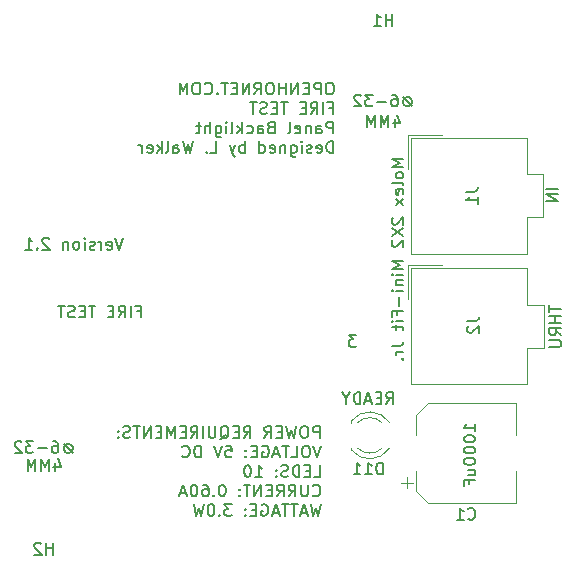
<source format=gbr>
%TF.GenerationSoftware,KiCad,Pcbnew,(5.1.10)-1*%
%TF.CreationDate,2021-11-16T17:31:42+11:00*%
%TF.ProjectId,FIRE TEST Panel PCB V2,46495245-2054-4455-9354-2050616e656c,rev?*%
%TF.SameCoordinates,Original*%
%TF.FileFunction,Legend,Bot*%
%TF.FilePolarity,Positive*%
%FSLAX46Y46*%
G04 Gerber Fmt 4.6, Leading zero omitted, Abs format (unit mm)*
G04 Created by KiCad (PCBNEW (5.1.10)-1) date 2021-11-16 17:31:42*
%MOMM*%
%LPD*%
G01*
G04 APERTURE LIST*
%ADD10C,0.150000*%
%ADD11C,0.120000*%
G04 APERTURE END LIST*
D10*
X155463500Y-111460850D02*
X155463500Y-110889421D01*
X155463500Y-111175136D02*
X154463500Y-111175136D01*
X154606358Y-111079898D01*
X154701596Y-110984660D01*
X154749215Y-110889421D01*
X154463500Y-112079898D02*
X154463500Y-112175136D01*
X154511120Y-112270374D01*
X154558739Y-112317993D01*
X154653977Y-112365612D01*
X154844453Y-112413231D01*
X155082548Y-112413231D01*
X155273024Y-112365612D01*
X155368262Y-112317993D01*
X155415881Y-112270374D01*
X155463500Y-112175136D01*
X155463500Y-112079898D01*
X155415881Y-111984660D01*
X155368262Y-111937040D01*
X155273024Y-111889421D01*
X155082548Y-111841802D01*
X154844453Y-111841802D01*
X154653977Y-111889421D01*
X154558739Y-111937040D01*
X154511120Y-111984660D01*
X154463500Y-112079898D01*
X154463500Y-113032279D02*
X154463500Y-113127517D01*
X154511120Y-113222755D01*
X154558739Y-113270374D01*
X154653977Y-113317993D01*
X154844453Y-113365612D01*
X155082548Y-113365612D01*
X155273024Y-113317993D01*
X155368262Y-113270374D01*
X155415881Y-113222755D01*
X155463500Y-113127517D01*
X155463500Y-113032279D01*
X155415881Y-112937040D01*
X155368262Y-112889421D01*
X155273024Y-112841802D01*
X155082548Y-112794183D01*
X154844453Y-112794183D01*
X154653977Y-112841802D01*
X154558739Y-112889421D01*
X154511120Y-112937040D01*
X154463500Y-113032279D01*
X154463500Y-113984660D02*
X154463500Y-114079898D01*
X154511120Y-114175136D01*
X154558739Y-114222755D01*
X154653977Y-114270374D01*
X154844453Y-114317993D01*
X155082548Y-114317993D01*
X155273024Y-114270374D01*
X155368262Y-114222755D01*
X155415881Y-114175136D01*
X155463500Y-114079898D01*
X155463500Y-113984660D01*
X155415881Y-113889421D01*
X155368262Y-113841802D01*
X155273024Y-113794183D01*
X155082548Y-113746564D01*
X154844453Y-113746564D01*
X154653977Y-113794183D01*
X154558739Y-113841802D01*
X154511120Y-113889421D01*
X154463500Y-113984660D01*
X154796834Y-115175136D02*
X155463500Y-115175136D01*
X154796834Y-114746564D02*
X155320643Y-114746564D01*
X155415881Y-114794183D01*
X155463500Y-114889421D01*
X155463500Y-115032279D01*
X155415881Y-115127517D01*
X155368262Y-115175136D01*
X154939691Y-115984660D02*
X154939691Y-115651326D01*
X155463500Y-115651326D02*
X154463500Y-115651326D01*
X154463500Y-116127517D01*
X142260004Y-112061980D02*
X142260004Y-111061980D01*
X141879052Y-111061980D01*
X141783814Y-111109600D01*
X141736195Y-111157219D01*
X141688576Y-111252457D01*
X141688576Y-111395314D01*
X141736195Y-111490552D01*
X141783814Y-111538171D01*
X141879052Y-111585790D01*
X142260004Y-111585790D01*
X141069528Y-111061980D02*
X140879052Y-111061980D01*
X140783814Y-111109600D01*
X140688576Y-111204838D01*
X140640957Y-111395314D01*
X140640957Y-111728647D01*
X140688576Y-111919123D01*
X140783814Y-112014361D01*
X140879052Y-112061980D01*
X141069528Y-112061980D01*
X141164766Y-112014361D01*
X141260004Y-111919123D01*
X141307623Y-111728647D01*
X141307623Y-111395314D01*
X141260004Y-111204838D01*
X141164766Y-111109600D01*
X141069528Y-111061980D01*
X140307623Y-111061980D02*
X140069528Y-112061980D01*
X139879052Y-111347695D01*
X139688576Y-112061980D01*
X139450480Y-111061980D01*
X139069528Y-111538171D02*
X138736195Y-111538171D01*
X138593338Y-112061980D02*
X139069528Y-112061980D01*
X139069528Y-111061980D01*
X138593338Y-111061980D01*
X137593338Y-112061980D02*
X137926671Y-111585790D01*
X138164766Y-112061980D02*
X138164766Y-111061980D01*
X137783814Y-111061980D01*
X137688576Y-111109600D01*
X137640957Y-111157219D01*
X137593338Y-111252457D01*
X137593338Y-111395314D01*
X137640957Y-111490552D01*
X137688576Y-111538171D01*
X137783814Y-111585790D01*
X138164766Y-111585790D01*
X135831433Y-112061980D02*
X136164766Y-111585790D01*
X136402861Y-112061980D02*
X136402861Y-111061980D01*
X136021909Y-111061980D01*
X135926671Y-111109600D01*
X135879052Y-111157219D01*
X135831433Y-111252457D01*
X135831433Y-111395314D01*
X135879052Y-111490552D01*
X135926671Y-111538171D01*
X136021909Y-111585790D01*
X136402861Y-111585790D01*
X135402861Y-111538171D02*
X135069528Y-111538171D01*
X134926671Y-112061980D02*
X135402861Y-112061980D01*
X135402861Y-111061980D01*
X134926671Y-111061980D01*
X133831433Y-112157219D02*
X133926671Y-112109600D01*
X134021909Y-112014361D01*
X134164766Y-111871504D01*
X134260004Y-111823885D01*
X134355242Y-111823885D01*
X134307623Y-112061980D02*
X134402861Y-112014361D01*
X134498100Y-111919123D01*
X134545719Y-111728647D01*
X134545719Y-111395314D01*
X134498100Y-111204838D01*
X134402861Y-111109600D01*
X134307623Y-111061980D01*
X134117147Y-111061980D01*
X134021909Y-111109600D01*
X133926671Y-111204838D01*
X133879052Y-111395314D01*
X133879052Y-111728647D01*
X133926671Y-111919123D01*
X134021909Y-112014361D01*
X134117147Y-112061980D01*
X134307623Y-112061980D01*
X133450480Y-111061980D02*
X133450480Y-111871504D01*
X133402861Y-111966742D01*
X133355242Y-112014361D01*
X133260004Y-112061980D01*
X133069528Y-112061980D01*
X132974290Y-112014361D01*
X132926671Y-111966742D01*
X132879052Y-111871504D01*
X132879052Y-111061980D01*
X132402861Y-112061980D02*
X132402861Y-111061980D01*
X131355242Y-112061980D02*
X131688576Y-111585790D01*
X131926671Y-112061980D02*
X131926671Y-111061980D01*
X131545719Y-111061980D01*
X131450480Y-111109600D01*
X131402861Y-111157219D01*
X131355242Y-111252457D01*
X131355242Y-111395314D01*
X131402861Y-111490552D01*
X131450480Y-111538171D01*
X131545719Y-111585790D01*
X131926671Y-111585790D01*
X130926671Y-111538171D02*
X130593338Y-111538171D01*
X130450480Y-112061980D02*
X130926671Y-112061980D01*
X130926671Y-111061980D01*
X130450480Y-111061980D01*
X130021909Y-112061980D02*
X130021909Y-111061980D01*
X129688576Y-111776266D01*
X129355242Y-111061980D01*
X129355242Y-112061980D01*
X128879052Y-111538171D02*
X128545719Y-111538171D01*
X128402861Y-112061980D02*
X128879052Y-112061980D01*
X128879052Y-111061980D01*
X128402861Y-111061980D01*
X127974290Y-112061980D02*
X127974290Y-111061980D01*
X127402861Y-112061980D01*
X127402861Y-111061980D01*
X127069528Y-111061980D02*
X126498100Y-111061980D01*
X126783814Y-112061980D02*
X126783814Y-111061980D01*
X126212385Y-112014361D02*
X126069528Y-112061980D01*
X125831433Y-112061980D01*
X125736195Y-112014361D01*
X125688576Y-111966742D01*
X125640957Y-111871504D01*
X125640957Y-111776266D01*
X125688576Y-111681028D01*
X125736195Y-111633409D01*
X125831433Y-111585790D01*
X126021909Y-111538171D01*
X126117147Y-111490552D01*
X126164766Y-111442933D01*
X126212385Y-111347695D01*
X126212385Y-111252457D01*
X126164766Y-111157219D01*
X126117147Y-111109600D01*
X126021909Y-111061980D01*
X125783814Y-111061980D01*
X125640957Y-111109600D01*
X125212385Y-111966742D02*
X125164766Y-112014361D01*
X125212385Y-112061980D01*
X125260004Y-112014361D01*
X125212385Y-111966742D01*
X125212385Y-112061980D01*
X125212385Y-111442933D02*
X125164766Y-111490552D01*
X125212385Y-111538171D01*
X125260004Y-111490552D01*
X125212385Y-111442933D01*
X125212385Y-111538171D01*
X142402861Y-112711980D02*
X142069528Y-113711980D01*
X141736195Y-112711980D01*
X141212385Y-112711980D02*
X141021909Y-112711980D01*
X140926671Y-112759600D01*
X140831433Y-112854838D01*
X140783814Y-113045314D01*
X140783814Y-113378647D01*
X140831433Y-113569123D01*
X140926671Y-113664361D01*
X141021909Y-113711980D01*
X141212385Y-113711980D01*
X141307623Y-113664361D01*
X141402861Y-113569123D01*
X141450480Y-113378647D01*
X141450480Y-113045314D01*
X141402861Y-112854838D01*
X141307623Y-112759600D01*
X141212385Y-112711980D01*
X139879052Y-113711980D02*
X140355242Y-113711980D01*
X140355242Y-112711980D01*
X139688576Y-112711980D02*
X139117147Y-112711980D01*
X139402861Y-113711980D02*
X139402861Y-112711980D01*
X138831433Y-113426266D02*
X138355242Y-113426266D01*
X138926671Y-113711980D02*
X138593338Y-112711980D01*
X138260004Y-113711980D01*
X137402861Y-112759600D02*
X137498100Y-112711980D01*
X137640957Y-112711980D01*
X137783814Y-112759600D01*
X137879052Y-112854838D01*
X137926671Y-112950076D01*
X137974290Y-113140552D01*
X137974290Y-113283409D01*
X137926671Y-113473885D01*
X137879052Y-113569123D01*
X137783814Y-113664361D01*
X137640957Y-113711980D01*
X137545719Y-113711980D01*
X137402861Y-113664361D01*
X137355242Y-113616742D01*
X137355242Y-113283409D01*
X137545719Y-113283409D01*
X136926671Y-113188171D02*
X136593338Y-113188171D01*
X136450480Y-113711980D02*
X136926671Y-113711980D01*
X136926671Y-112711980D01*
X136450480Y-112711980D01*
X136021909Y-113616742D02*
X135974290Y-113664361D01*
X136021909Y-113711980D01*
X136069528Y-113664361D01*
X136021909Y-113616742D01*
X136021909Y-113711980D01*
X136021909Y-113092933D02*
X135974290Y-113140552D01*
X136021909Y-113188171D01*
X136069528Y-113140552D01*
X136021909Y-113092933D01*
X136021909Y-113188171D01*
X134307623Y-112711980D02*
X134783814Y-112711980D01*
X134831433Y-113188171D01*
X134783814Y-113140552D01*
X134688576Y-113092933D01*
X134450480Y-113092933D01*
X134355242Y-113140552D01*
X134307623Y-113188171D01*
X134260004Y-113283409D01*
X134260004Y-113521504D01*
X134307623Y-113616742D01*
X134355242Y-113664361D01*
X134450480Y-113711980D01*
X134688576Y-113711980D01*
X134783814Y-113664361D01*
X134831433Y-113616742D01*
X133974290Y-112711980D02*
X133640957Y-113711980D01*
X133307623Y-112711980D01*
X132212385Y-113711980D02*
X132212385Y-112711980D01*
X131974290Y-112711980D01*
X131831433Y-112759600D01*
X131736195Y-112854838D01*
X131688576Y-112950076D01*
X131640957Y-113140552D01*
X131640957Y-113283409D01*
X131688576Y-113473885D01*
X131736195Y-113569123D01*
X131831433Y-113664361D01*
X131974290Y-113711980D01*
X132212385Y-113711980D01*
X130640957Y-113616742D02*
X130688576Y-113664361D01*
X130831433Y-113711980D01*
X130926671Y-113711980D01*
X131069528Y-113664361D01*
X131164766Y-113569123D01*
X131212385Y-113473885D01*
X131260004Y-113283409D01*
X131260004Y-113140552D01*
X131212385Y-112950076D01*
X131164766Y-112854838D01*
X131069528Y-112759600D01*
X130926671Y-112711980D01*
X130831433Y-112711980D01*
X130688576Y-112759600D01*
X130640957Y-112807219D01*
X141783814Y-115361980D02*
X142260004Y-115361980D01*
X142260004Y-114361980D01*
X141450480Y-114838171D02*
X141117147Y-114838171D01*
X140974290Y-115361980D02*
X141450480Y-115361980D01*
X141450480Y-114361980D01*
X140974290Y-114361980D01*
X140545719Y-115361980D02*
X140545719Y-114361980D01*
X140307623Y-114361980D01*
X140164766Y-114409600D01*
X140069528Y-114504838D01*
X140021909Y-114600076D01*
X139974290Y-114790552D01*
X139974290Y-114933409D01*
X140021909Y-115123885D01*
X140069528Y-115219123D01*
X140164766Y-115314361D01*
X140307623Y-115361980D01*
X140545719Y-115361980D01*
X139593338Y-115314361D02*
X139450480Y-115361980D01*
X139212385Y-115361980D01*
X139117147Y-115314361D01*
X139069528Y-115266742D01*
X139021909Y-115171504D01*
X139021909Y-115076266D01*
X139069528Y-114981028D01*
X139117147Y-114933409D01*
X139212385Y-114885790D01*
X139402861Y-114838171D01*
X139498100Y-114790552D01*
X139545719Y-114742933D01*
X139593338Y-114647695D01*
X139593338Y-114552457D01*
X139545719Y-114457219D01*
X139498100Y-114409600D01*
X139402861Y-114361980D01*
X139164766Y-114361980D01*
X139021909Y-114409600D01*
X138593338Y-115266742D02*
X138545719Y-115314361D01*
X138593338Y-115361980D01*
X138640957Y-115314361D01*
X138593338Y-115266742D01*
X138593338Y-115361980D01*
X138593338Y-114742933D02*
X138545719Y-114790552D01*
X138593338Y-114838171D01*
X138640957Y-114790552D01*
X138593338Y-114742933D01*
X138593338Y-114838171D01*
X136831433Y-115361980D02*
X137402861Y-115361980D01*
X137117147Y-115361980D02*
X137117147Y-114361980D01*
X137212385Y-114504838D01*
X137307623Y-114600076D01*
X137402861Y-114647695D01*
X136212385Y-114361980D02*
X136117147Y-114361980D01*
X136021909Y-114409600D01*
X135974290Y-114457219D01*
X135926671Y-114552457D01*
X135879052Y-114742933D01*
X135879052Y-114981028D01*
X135926671Y-115171504D01*
X135974290Y-115266742D01*
X136021909Y-115314361D01*
X136117147Y-115361980D01*
X136212385Y-115361980D01*
X136307623Y-115314361D01*
X136355242Y-115266742D01*
X136402861Y-115171504D01*
X136450480Y-114981028D01*
X136450480Y-114742933D01*
X136402861Y-114552457D01*
X136355242Y-114457219D01*
X136307623Y-114409600D01*
X136212385Y-114361980D01*
X141688576Y-116916742D02*
X141736195Y-116964361D01*
X141879052Y-117011980D01*
X141974290Y-117011980D01*
X142117147Y-116964361D01*
X142212385Y-116869123D01*
X142260004Y-116773885D01*
X142307623Y-116583409D01*
X142307623Y-116440552D01*
X142260004Y-116250076D01*
X142212385Y-116154838D01*
X142117147Y-116059600D01*
X141974290Y-116011980D01*
X141879052Y-116011980D01*
X141736195Y-116059600D01*
X141688576Y-116107219D01*
X141260004Y-116011980D02*
X141260004Y-116821504D01*
X141212385Y-116916742D01*
X141164766Y-116964361D01*
X141069528Y-117011980D01*
X140879052Y-117011980D01*
X140783814Y-116964361D01*
X140736195Y-116916742D01*
X140688576Y-116821504D01*
X140688576Y-116011980D01*
X139640957Y-117011980D02*
X139974290Y-116535790D01*
X140212385Y-117011980D02*
X140212385Y-116011980D01*
X139831433Y-116011980D01*
X139736195Y-116059600D01*
X139688576Y-116107219D01*
X139640957Y-116202457D01*
X139640957Y-116345314D01*
X139688576Y-116440552D01*
X139736195Y-116488171D01*
X139831433Y-116535790D01*
X140212385Y-116535790D01*
X138640957Y-117011980D02*
X138974290Y-116535790D01*
X139212385Y-117011980D02*
X139212385Y-116011980D01*
X138831433Y-116011980D01*
X138736195Y-116059600D01*
X138688576Y-116107219D01*
X138640957Y-116202457D01*
X138640957Y-116345314D01*
X138688576Y-116440552D01*
X138736195Y-116488171D01*
X138831433Y-116535790D01*
X139212385Y-116535790D01*
X138212385Y-116488171D02*
X137879052Y-116488171D01*
X137736195Y-117011980D02*
X138212385Y-117011980D01*
X138212385Y-116011980D01*
X137736195Y-116011980D01*
X137307623Y-117011980D02*
X137307623Y-116011980D01*
X136736195Y-117011980D01*
X136736195Y-116011980D01*
X136402861Y-116011980D02*
X135831433Y-116011980D01*
X136117147Y-117011980D02*
X136117147Y-116011980D01*
X135498100Y-116916742D02*
X135450480Y-116964361D01*
X135498100Y-117011980D01*
X135545719Y-116964361D01*
X135498100Y-116916742D01*
X135498100Y-117011980D01*
X135498100Y-116392933D02*
X135450480Y-116440552D01*
X135498100Y-116488171D01*
X135545719Y-116440552D01*
X135498100Y-116392933D01*
X135498100Y-116488171D01*
X134069528Y-116011980D02*
X133974290Y-116011980D01*
X133879052Y-116059600D01*
X133831433Y-116107219D01*
X133783814Y-116202457D01*
X133736195Y-116392933D01*
X133736195Y-116631028D01*
X133783814Y-116821504D01*
X133831433Y-116916742D01*
X133879052Y-116964361D01*
X133974290Y-117011980D01*
X134069528Y-117011980D01*
X134164766Y-116964361D01*
X134212385Y-116916742D01*
X134260004Y-116821504D01*
X134307623Y-116631028D01*
X134307623Y-116392933D01*
X134260004Y-116202457D01*
X134212385Y-116107219D01*
X134164766Y-116059600D01*
X134069528Y-116011980D01*
X133307623Y-116916742D02*
X133260004Y-116964361D01*
X133307623Y-117011980D01*
X133355242Y-116964361D01*
X133307623Y-116916742D01*
X133307623Y-117011980D01*
X132402861Y-116011980D02*
X132593338Y-116011980D01*
X132688576Y-116059600D01*
X132736195Y-116107219D01*
X132831433Y-116250076D01*
X132879052Y-116440552D01*
X132879052Y-116821504D01*
X132831433Y-116916742D01*
X132783814Y-116964361D01*
X132688576Y-117011980D01*
X132498100Y-117011980D01*
X132402861Y-116964361D01*
X132355242Y-116916742D01*
X132307623Y-116821504D01*
X132307623Y-116583409D01*
X132355242Y-116488171D01*
X132402861Y-116440552D01*
X132498100Y-116392933D01*
X132688576Y-116392933D01*
X132783814Y-116440552D01*
X132831433Y-116488171D01*
X132879052Y-116583409D01*
X131688576Y-116011980D02*
X131593338Y-116011980D01*
X131498100Y-116059600D01*
X131450480Y-116107219D01*
X131402861Y-116202457D01*
X131355242Y-116392933D01*
X131355242Y-116631028D01*
X131402861Y-116821504D01*
X131450480Y-116916742D01*
X131498100Y-116964361D01*
X131593338Y-117011980D01*
X131688576Y-117011980D01*
X131783814Y-116964361D01*
X131831433Y-116916742D01*
X131879052Y-116821504D01*
X131926671Y-116631028D01*
X131926671Y-116392933D01*
X131879052Y-116202457D01*
X131831433Y-116107219D01*
X131783814Y-116059600D01*
X131688576Y-116011980D01*
X130974290Y-116726266D02*
X130498100Y-116726266D01*
X131069528Y-117011980D02*
X130736195Y-116011980D01*
X130402861Y-117011980D01*
X142355242Y-117661980D02*
X142117147Y-118661980D01*
X141926671Y-117947695D01*
X141736195Y-118661980D01*
X141498100Y-117661980D01*
X141164766Y-118376266D02*
X140688576Y-118376266D01*
X141260004Y-118661980D02*
X140926671Y-117661980D01*
X140593338Y-118661980D01*
X140402861Y-117661980D02*
X139831433Y-117661980D01*
X140117147Y-118661980D02*
X140117147Y-117661980D01*
X139640957Y-117661980D02*
X139069528Y-117661980D01*
X139355242Y-118661980D02*
X139355242Y-117661980D01*
X138783814Y-118376266D02*
X138307623Y-118376266D01*
X138879052Y-118661980D02*
X138545719Y-117661980D01*
X138212385Y-118661980D01*
X137355242Y-117709600D02*
X137450480Y-117661980D01*
X137593338Y-117661980D01*
X137736195Y-117709600D01*
X137831433Y-117804838D01*
X137879052Y-117900076D01*
X137926671Y-118090552D01*
X137926671Y-118233409D01*
X137879052Y-118423885D01*
X137831433Y-118519123D01*
X137736195Y-118614361D01*
X137593338Y-118661980D01*
X137498100Y-118661980D01*
X137355242Y-118614361D01*
X137307623Y-118566742D01*
X137307623Y-118233409D01*
X137498100Y-118233409D01*
X136879052Y-118138171D02*
X136545719Y-118138171D01*
X136402861Y-118661980D02*
X136879052Y-118661980D01*
X136879052Y-117661980D01*
X136402861Y-117661980D01*
X135974290Y-118566742D02*
X135926671Y-118614361D01*
X135974290Y-118661980D01*
X136021909Y-118614361D01*
X135974290Y-118566742D01*
X135974290Y-118661980D01*
X135974290Y-118042933D02*
X135926671Y-118090552D01*
X135974290Y-118138171D01*
X136021909Y-118090552D01*
X135974290Y-118042933D01*
X135974290Y-118138171D01*
X134831433Y-117661980D02*
X134212385Y-117661980D01*
X134545719Y-118042933D01*
X134402861Y-118042933D01*
X134307623Y-118090552D01*
X134260004Y-118138171D01*
X134212385Y-118233409D01*
X134212385Y-118471504D01*
X134260004Y-118566742D01*
X134307623Y-118614361D01*
X134402861Y-118661980D01*
X134688576Y-118661980D01*
X134783814Y-118614361D01*
X134831433Y-118566742D01*
X133783814Y-118566742D02*
X133736195Y-118614361D01*
X133783814Y-118661980D01*
X133831433Y-118614361D01*
X133783814Y-118566742D01*
X133783814Y-118661980D01*
X133117147Y-117661980D02*
X133021909Y-117661980D01*
X132926671Y-117709600D01*
X132879052Y-117757219D01*
X132831433Y-117852457D01*
X132783814Y-118042933D01*
X132783814Y-118281028D01*
X132831433Y-118471504D01*
X132879052Y-118566742D01*
X132926671Y-118614361D01*
X133021909Y-118661980D01*
X133117147Y-118661980D01*
X133212385Y-118614361D01*
X133260004Y-118566742D01*
X133307623Y-118471504D01*
X133355242Y-118281028D01*
X133355242Y-118042933D01*
X133307623Y-117852457D01*
X133260004Y-117757219D01*
X133212385Y-117709600D01*
X133117147Y-117661980D01*
X132450480Y-117661980D02*
X132212385Y-118661980D01*
X132021909Y-117947695D01*
X131831433Y-118661980D01*
X131593338Y-117661980D01*
X147910680Y-109189780D02*
X148244013Y-108713590D01*
X148482108Y-109189780D02*
X148482108Y-108189780D01*
X148101156Y-108189780D01*
X148005918Y-108237400D01*
X147958299Y-108285019D01*
X147910680Y-108380257D01*
X147910680Y-108523114D01*
X147958299Y-108618352D01*
X148005918Y-108665971D01*
X148101156Y-108713590D01*
X148482108Y-108713590D01*
X147482108Y-108665971D02*
X147148775Y-108665971D01*
X147005918Y-109189780D02*
X147482108Y-109189780D01*
X147482108Y-108189780D01*
X147005918Y-108189780D01*
X146624965Y-108904066D02*
X146148775Y-108904066D01*
X146720203Y-109189780D02*
X146386870Y-108189780D01*
X146053537Y-109189780D01*
X145720203Y-109189780D02*
X145720203Y-108189780D01*
X145482108Y-108189780D01*
X145339251Y-108237400D01*
X145244013Y-108332638D01*
X145196394Y-108427876D01*
X145148775Y-108618352D01*
X145148775Y-108761209D01*
X145196394Y-108951685D01*
X145244013Y-109046923D01*
X145339251Y-109142161D01*
X145482108Y-109189780D01*
X145720203Y-109189780D01*
X144529727Y-108713590D02*
X144529727Y-109189780D01*
X144863060Y-108189780D02*
X144529727Y-108713590D01*
X144196394Y-108189780D01*
X145367333Y-103338380D02*
X144748285Y-103338380D01*
X145081619Y-103719333D01*
X144938761Y-103719333D01*
X144843523Y-103766952D01*
X144795904Y-103814571D01*
X144748285Y-103909809D01*
X144748285Y-104147904D01*
X144795904Y-104243142D01*
X144843523Y-104290761D01*
X144938761Y-104338380D01*
X145224476Y-104338380D01*
X145319714Y-104290761D01*
X145367333Y-104243142D01*
X161732980Y-100836006D02*
X161732980Y-101407435D01*
X162732980Y-101121720D02*
X161732980Y-101121720D01*
X162732980Y-101740768D02*
X161732980Y-101740768D01*
X162209171Y-101740768D02*
X162209171Y-102312197D01*
X162732980Y-102312197D02*
X161732980Y-102312197D01*
X162732980Y-103359816D02*
X162256790Y-103026482D01*
X162732980Y-102788387D02*
X161732980Y-102788387D01*
X161732980Y-103169340D01*
X161780600Y-103264578D01*
X161828219Y-103312197D01*
X161923457Y-103359816D01*
X162066314Y-103359816D01*
X162161552Y-103312197D01*
X162209171Y-103264578D01*
X162256790Y-103169340D01*
X162256790Y-102788387D01*
X161732980Y-103788387D02*
X162542504Y-103788387D01*
X162637742Y-103836006D01*
X162685361Y-103883625D01*
X162732980Y-103978863D01*
X162732980Y-104169340D01*
X162685361Y-104264578D01*
X162637742Y-104312197D01*
X162542504Y-104359816D01*
X161732980Y-104359816D01*
X162456120Y-90956830D02*
X161456120Y-90956830D01*
X162456120Y-91433020D02*
X161456120Y-91433020D01*
X162456120Y-92004449D01*
X161456120Y-92004449D01*
X149362420Y-88463859D02*
X148362420Y-88463859D01*
X149076706Y-88797192D01*
X148362420Y-89130525D01*
X149362420Y-89130525D01*
X149362420Y-89749573D02*
X149314801Y-89654335D01*
X149267182Y-89606716D01*
X149171944Y-89559097D01*
X148886230Y-89559097D01*
X148790992Y-89606716D01*
X148743373Y-89654335D01*
X148695754Y-89749573D01*
X148695754Y-89892430D01*
X148743373Y-89987668D01*
X148790992Y-90035287D01*
X148886230Y-90082906D01*
X149171944Y-90082906D01*
X149267182Y-90035287D01*
X149314801Y-89987668D01*
X149362420Y-89892430D01*
X149362420Y-89749573D01*
X149362420Y-90654335D02*
X149314801Y-90559097D01*
X149219563Y-90511478D01*
X148362420Y-90511478D01*
X149314801Y-91416240D02*
X149362420Y-91321001D01*
X149362420Y-91130525D01*
X149314801Y-91035287D01*
X149219563Y-90987668D01*
X148838611Y-90987668D01*
X148743373Y-91035287D01*
X148695754Y-91130525D01*
X148695754Y-91321001D01*
X148743373Y-91416240D01*
X148838611Y-91463859D01*
X148933849Y-91463859D01*
X149029087Y-90987668D01*
X149362420Y-91797192D02*
X148695754Y-92321001D01*
X148695754Y-91797192D02*
X149362420Y-92321001D01*
X148457659Y-93416239D02*
X148410040Y-93463859D01*
X148362420Y-93559097D01*
X148362420Y-93797192D01*
X148410040Y-93892430D01*
X148457659Y-93940049D01*
X148552897Y-93987668D01*
X148648135Y-93987668D01*
X148790992Y-93940049D01*
X149362420Y-93368620D01*
X149362420Y-93987668D01*
X148362420Y-94321001D02*
X149362420Y-94987668D01*
X148362420Y-94987668D02*
X149362420Y-94321001D01*
X148457659Y-95321001D02*
X148410040Y-95368620D01*
X148362420Y-95463859D01*
X148362420Y-95701954D01*
X148410040Y-95797192D01*
X148457659Y-95844811D01*
X148552897Y-95892430D01*
X148648135Y-95892430D01*
X148790992Y-95844811D01*
X149362420Y-95273382D01*
X149362420Y-95892430D01*
X149362420Y-97082906D02*
X148362420Y-97082906D01*
X149076706Y-97416239D01*
X148362420Y-97749573D01*
X149362420Y-97749573D01*
X149362420Y-98225763D02*
X148695754Y-98225763D01*
X148362420Y-98225763D02*
X148410040Y-98178144D01*
X148457659Y-98225763D01*
X148410040Y-98273382D01*
X148362420Y-98225763D01*
X148457659Y-98225763D01*
X148695754Y-98701954D02*
X149362420Y-98701954D01*
X148790992Y-98701954D02*
X148743373Y-98749573D01*
X148695754Y-98844811D01*
X148695754Y-98987668D01*
X148743373Y-99082906D01*
X148838611Y-99130525D01*
X149362420Y-99130525D01*
X149362420Y-99606716D02*
X148695754Y-99606716D01*
X148362420Y-99606716D02*
X148410040Y-99559097D01*
X148457659Y-99606716D01*
X148410040Y-99654335D01*
X148362420Y-99606716D01*
X148457659Y-99606716D01*
X148981468Y-100082906D02*
X148981468Y-100844811D01*
X148838611Y-101654335D02*
X148838611Y-101321001D01*
X149362420Y-101321001D02*
X148362420Y-101321001D01*
X148362420Y-101797192D01*
X149362420Y-102178144D02*
X148695754Y-102178144D01*
X148362420Y-102178144D02*
X148410040Y-102130525D01*
X148457659Y-102178144D01*
X148410040Y-102225763D01*
X148362420Y-102178144D01*
X148457659Y-102178144D01*
X148695754Y-102511478D02*
X148695754Y-102892430D01*
X148362420Y-102654335D02*
X149219563Y-102654335D01*
X149314801Y-102701954D01*
X149362420Y-102797192D01*
X149362420Y-102892430D01*
X148362420Y-104273382D02*
X149076706Y-104273382D01*
X149219563Y-104225763D01*
X149314801Y-104130525D01*
X149362420Y-103987668D01*
X149362420Y-103892430D01*
X149362420Y-104749573D02*
X148695754Y-104749573D01*
X148886230Y-104749573D02*
X148790992Y-104797192D01*
X148743373Y-104844811D01*
X148695754Y-104940049D01*
X148695754Y-105035287D01*
X149267182Y-105368620D02*
X149314801Y-105416239D01*
X149362420Y-105368620D01*
X149314801Y-105321001D01*
X149267182Y-105368620D01*
X149362420Y-105368620D01*
X126817047Y-101325371D02*
X127150380Y-101325371D01*
X127150380Y-101849180D02*
X127150380Y-100849180D01*
X126674190Y-100849180D01*
X126293238Y-101849180D02*
X126293238Y-100849180D01*
X125245619Y-101849180D02*
X125578952Y-101372990D01*
X125817047Y-101849180D02*
X125817047Y-100849180D01*
X125436095Y-100849180D01*
X125340857Y-100896800D01*
X125293238Y-100944419D01*
X125245619Y-101039657D01*
X125245619Y-101182514D01*
X125293238Y-101277752D01*
X125340857Y-101325371D01*
X125436095Y-101372990D01*
X125817047Y-101372990D01*
X124817047Y-101325371D02*
X124483714Y-101325371D01*
X124340857Y-101849180D02*
X124817047Y-101849180D01*
X124817047Y-100849180D01*
X124340857Y-100849180D01*
X123293238Y-100849180D02*
X122721809Y-100849180D01*
X123007523Y-101849180D02*
X123007523Y-100849180D01*
X122388476Y-101325371D02*
X122055142Y-101325371D01*
X121912285Y-101849180D02*
X122388476Y-101849180D01*
X122388476Y-100849180D01*
X121912285Y-100849180D01*
X121531333Y-101801561D02*
X121388476Y-101849180D01*
X121150380Y-101849180D01*
X121055142Y-101801561D01*
X121007523Y-101753942D01*
X120959904Y-101658704D01*
X120959904Y-101563466D01*
X121007523Y-101468228D01*
X121055142Y-101420609D01*
X121150380Y-101372990D01*
X121340857Y-101325371D01*
X121436095Y-101277752D01*
X121483714Y-101230133D01*
X121531333Y-101134895D01*
X121531333Y-101039657D01*
X121483714Y-100944419D01*
X121436095Y-100896800D01*
X121340857Y-100849180D01*
X121102761Y-100849180D01*
X120959904Y-100896800D01*
X120674190Y-100849180D02*
X120102761Y-100849180D01*
X120388476Y-101849180D02*
X120388476Y-100849180D01*
X125653276Y-95108780D02*
X125319942Y-96108780D01*
X124986609Y-95108780D01*
X124272323Y-96061161D02*
X124367561Y-96108780D01*
X124558038Y-96108780D01*
X124653276Y-96061161D01*
X124700895Y-95965923D01*
X124700895Y-95584971D01*
X124653276Y-95489733D01*
X124558038Y-95442114D01*
X124367561Y-95442114D01*
X124272323Y-95489733D01*
X124224704Y-95584971D01*
X124224704Y-95680209D01*
X124700895Y-95775447D01*
X123796133Y-96108780D02*
X123796133Y-95442114D01*
X123796133Y-95632590D02*
X123748514Y-95537352D01*
X123700895Y-95489733D01*
X123605657Y-95442114D01*
X123510419Y-95442114D01*
X123224704Y-96061161D02*
X123129466Y-96108780D01*
X122938990Y-96108780D01*
X122843752Y-96061161D01*
X122796133Y-95965923D01*
X122796133Y-95918304D01*
X122843752Y-95823066D01*
X122938990Y-95775447D01*
X123081847Y-95775447D01*
X123177085Y-95727828D01*
X123224704Y-95632590D01*
X123224704Y-95584971D01*
X123177085Y-95489733D01*
X123081847Y-95442114D01*
X122938990Y-95442114D01*
X122843752Y-95489733D01*
X122367561Y-96108780D02*
X122367561Y-95442114D01*
X122367561Y-95108780D02*
X122415180Y-95156400D01*
X122367561Y-95204019D01*
X122319942Y-95156400D01*
X122367561Y-95108780D01*
X122367561Y-95204019D01*
X121748514Y-96108780D02*
X121843752Y-96061161D01*
X121891371Y-96013542D01*
X121938990Y-95918304D01*
X121938990Y-95632590D01*
X121891371Y-95537352D01*
X121843752Y-95489733D01*
X121748514Y-95442114D01*
X121605657Y-95442114D01*
X121510419Y-95489733D01*
X121462800Y-95537352D01*
X121415180Y-95632590D01*
X121415180Y-95918304D01*
X121462800Y-96013542D01*
X121510419Y-96061161D01*
X121605657Y-96108780D01*
X121748514Y-96108780D01*
X120986609Y-95442114D02*
X120986609Y-96108780D01*
X120986609Y-95537352D02*
X120938990Y-95489733D01*
X120843752Y-95442114D01*
X120700895Y-95442114D01*
X120605657Y-95489733D01*
X120558038Y-95584971D01*
X120558038Y-96108780D01*
X119367561Y-95204019D02*
X119319942Y-95156400D01*
X119224704Y-95108780D01*
X118986609Y-95108780D01*
X118891371Y-95156400D01*
X118843752Y-95204019D01*
X118796133Y-95299257D01*
X118796133Y-95394495D01*
X118843752Y-95537352D01*
X119415180Y-96108780D01*
X118796133Y-96108780D01*
X118367561Y-96013542D02*
X118319942Y-96061161D01*
X118367561Y-96108780D01*
X118415180Y-96061161D01*
X118367561Y-96013542D01*
X118367561Y-96108780D01*
X117367561Y-96108780D02*
X117938990Y-96108780D01*
X117653276Y-96108780D02*
X117653276Y-95108780D01*
X117748514Y-95251638D01*
X117843752Y-95346876D01*
X117938990Y-95394495D01*
X143217608Y-81973400D02*
X143027132Y-81973400D01*
X142931894Y-82021020D01*
X142836656Y-82116258D01*
X142789037Y-82306734D01*
X142789037Y-82640067D01*
X142836656Y-82830543D01*
X142931894Y-82925781D01*
X143027132Y-82973400D01*
X143217608Y-82973400D01*
X143312846Y-82925781D01*
X143408084Y-82830543D01*
X143455703Y-82640067D01*
X143455703Y-82306734D01*
X143408084Y-82116258D01*
X143312846Y-82021020D01*
X143217608Y-81973400D01*
X142360465Y-82973400D02*
X142360465Y-81973400D01*
X141979513Y-81973400D01*
X141884275Y-82021020D01*
X141836656Y-82068639D01*
X141789037Y-82163877D01*
X141789037Y-82306734D01*
X141836656Y-82401972D01*
X141884275Y-82449591D01*
X141979513Y-82497210D01*
X142360465Y-82497210D01*
X141360465Y-82449591D02*
X141027132Y-82449591D01*
X140884275Y-82973400D02*
X141360465Y-82973400D01*
X141360465Y-81973400D01*
X140884275Y-81973400D01*
X140455703Y-82973400D02*
X140455703Y-81973400D01*
X139884275Y-82973400D01*
X139884275Y-81973400D01*
X139408084Y-82973400D02*
X139408084Y-81973400D01*
X139408084Y-82449591D02*
X138836656Y-82449591D01*
X138836656Y-82973400D02*
X138836656Y-81973400D01*
X138169989Y-81973400D02*
X137979513Y-81973400D01*
X137884275Y-82021020D01*
X137789037Y-82116258D01*
X137741418Y-82306734D01*
X137741418Y-82640067D01*
X137789037Y-82830543D01*
X137884275Y-82925781D01*
X137979513Y-82973400D01*
X138169989Y-82973400D01*
X138265227Y-82925781D01*
X138360465Y-82830543D01*
X138408084Y-82640067D01*
X138408084Y-82306734D01*
X138360465Y-82116258D01*
X138265227Y-82021020D01*
X138169989Y-81973400D01*
X136741418Y-82973400D02*
X137074751Y-82497210D01*
X137312846Y-82973400D02*
X137312846Y-81973400D01*
X136931894Y-81973400D01*
X136836656Y-82021020D01*
X136789037Y-82068639D01*
X136741418Y-82163877D01*
X136741418Y-82306734D01*
X136789037Y-82401972D01*
X136836656Y-82449591D01*
X136931894Y-82497210D01*
X137312846Y-82497210D01*
X136312846Y-82973400D02*
X136312846Y-81973400D01*
X135741418Y-82973400D01*
X135741418Y-81973400D01*
X135265227Y-82449591D02*
X134931894Y-82449591D01*
X134789037Y-82973400D02*
X135265227Y-82973400D01*
X135265227Y-81973400D01*
X134789037Y-81973400D01*
X134503322Y-81973400D02*
X133931894Y-81973400D01*
X134217608Y-82973400D02*
X134217608Y-81973400D01*
X133598560Y-82878162D02*
X133550941Y-82925781D01*
X133598560Y-82973400D01*
X133646180Y-82925781D01*
X133598560Y-82878162D01*
X133598560Y-82973400D01*
X132550941Y-82878162D02*
X132598560Y-82925781D01*
X132741418Y-82973400D01*
X132836656Y-82973400D01*
X132979513Y-82925781D01*
X133074751Y-82830543D01*
X133122370Y-82735305D01*
X133169989Y-82544829D01*
X133169989Y-82401972D01*
X133122370Y-82211496D01*
X133074751Y-82116258D01*
X132979513Y-82021020D01*
X132836656Y-81973400D01*
X132741418Y-81973400D01*
X132598560Y-82021020D01*
X132550941Y-82068639D01*
X131931894Y-81973400D02*
X131741418Y-81973400D01*
X131646180Y-82021020D01*
X131550941Y-82116258D01*
X131503322Y-82306734D01*
X131503322Y-82640067D01*
X131550941Y-82830543D01*
X131646180Y-82925781D01*
X131741418Y-82973400D01*
X131931894Y-82973400D01*
X132027132Y-82925781D01*
X132122370Y-82830543D01*
X132169989Y-82640067D01*
X132169989Y-82306734D01*
X132122370Y-82116258D01*
X132027132Y-82021020D01*
X131931894Y-81973400D01*
X131074751Y-82973400D02*
X131074751Y-81973400D01*
X130741418Y-82687686D01*
X130408084Y-81973400D01*
X130408084Y-82973400D01*
X143074751Y-84099591D02*
X143408084Y-84099591D01*
X143408084Y-84623400D02*
X143408084Y-83623400D01*
X142931894Y-83623400D01*
X142550941Y-84623400D02*
X142550941Y-83623400D01*
X141503322Y-84623400D02*
X141836656Y-84147210D01*
X142074751Y-84623400D02*
X142074751Y-83623400D01*
X141693799Y-83623400D01*
X141598560Y-83671020D01*
X141550941Y-83718639D01*
X141503322Y-83813877D01*
X141503322Y-83956734D01*
X141550941Y-84051972D01*
X141598560Y-84099591D01*
X141693799Y-84147210D01*
X142074751Y-84147210D01*
X141074751Y-84099591D02*
X140741418Y-84099591D01*
X140598560Y-84623400D02*
X141074751Y-84623400D01*
X141074751Y-83623400D01*
X140598560Y-83623400D01*
X139550941Y-83623400D02*
X138979513Y-83623400D01*
X139265227Y-84623400D02*
X139265227Y-83623400D01*
X138646180Y-84099591D02*
X138312846Y-84099591D01*
X138169989Y-84623400D02*
X138646180Y-84623400D01*
X138646180Y-83623400D01*
X138169989Y-83623400D01*
X137789037Y-84575781D02*
X137646180Y-84623400D01*
X137408084Y-84623400D01*
X137312846Y-84575781D01*
X137265227Y-84528162D01*
X137217608Y-84432924D01*
X137217608Y-84337686D01*
X137265227Y-84242448D01*
X137312846Y-84194829D01*
X137408084Y-84147210D01*
X137598560Y-84099591D01*
X137693799Y-84051972D01*
X137741418Y-84004353D01*
X137789037Y-83909115D01*
X137789037Y-83813877D01*
X137741418Y-83718639D01*
X137693799Y-83671020D01*
X137598560Y-83623400D01*
X137360465Y-83623400D01*
X137217608Y-83671020D01*
X136931894Y-83623400D02*
X136360465Y-83623400D01*
X136646180Y-84623400D02*
X136646180Y-83623400D01*
X143408084Y-86273400D02*
X143408084Y-85273400D01*
X143027132Y-85273400D01*
X142931894Y-85321020D01*
X142884275Y-85368639D01*
X142836656Y-85463877D01*
X142836656Y-85606734D01*
X142884275Y-85701972D01*
X142931894Y-85749591D01*
X143027132Y-85797210D01*
X143408084Y-85797210D01*
X141979513Y-86273400D02*
X141979513Y-85749591D01*
X142027132Y-85654353D01*
X142122370Y-85606734D01*
X142312846Y-85606734D01*
X142408084Y-85654353D01*
X141979513Y-86225781D02*
X142074751Y-86273400D01*
X142312846Y-86273400D01*
X142408084Y-86225781D01*
X142455703Y-86130543D01*
X142455703Y-86035305D01*
X142408084Y-85940067D01*
X142312846Y-85892448D01*
X142074751Y-85892448D01*
X141979513Y-85844829D01*
X141503322Y-85606734D02*
X141503322Y-86273400D01*
X141503322Y-85701972D02*
X141455703Y-85654353D01*
X141360465Y-85606734D01*
X141217608Y-85606734D01*
X141122370Y-85654353D01*
X141074751Y-85749591D01*
X141074751Y-86273400D01*
X140217608Y-86225781D02*
X140312846Y-86273400D01*
X140503322Y-86273400D01*
X140598560Y-86225781D01*
X140646180Y-86130543D01*
X140646180Y-85749591D01*
X140598560Y-85654353D01*
X140503322Y-85606734D01*
X140312846Y-85606734D01*
X140217608Y-85654353D01*
X140169989Y-85749591D01*
X140169989Y-85844829D01*
X140646180Y-85940067D01*
X139598560Y-86273400D02*
X139693799Y-86225781D01*
X139741418Y-86130543D01*
X139741418Y-85273400D01*
X138122370Y-85749591D02*
X137979513Y-85797210D01*
X137931894Y-85844829D01*
X137884275Y-85940067D01*
X137884275Y-86082924D01*
X137931894Y-86178162D01*
X137979513Y-86225781D01*
X138074751Y-86273400D01*
X138455703Y-86273400D01*
X138455703Y-85273400D01*
X138122370Y-85273400D01*
X138027132Y-85321020D01*
X137979513Y-85368639D01*
X137931894Y-85463877D01*
X137931894Y-85559115D01*
X137979513Y-85654353D01*
X138027132Y-85701972D01*
X138122370Y-85749591D01*
X138455703Y-85749591D01*
X137027132Y-86273400D02*
X137027132Y-85749591D01*
X137074751Y-85654353D01*
X137169989Y-85606734D01*
X137360465Y-85606734D01*
X137455703Y-85654353D01*
X137027132Y-86225781D02*
X137122370Y-86273400D01*
X137360465Y-86273400D01*
X137455703Y-86225781D01*
X137503322Y-86130543D01*
X137503322Y-86035305D01*
X137455703Y-85940067D01*
X137360465Y-85892448D01*
X137122370Y-85892448D01*
X137027132Y-85844829D01*
X136122370Y-86225781D02*
X136217608Y-86273400D01*
X136408084Y-86273400D01*
X136503322Y-86225781D01*
X136550941Y-86178162D01*
X136598560Y-86082924D01*
X136598560Y-85797210D01*
X136550941Y-85701972D01*
X136503322Y-85654353D01*
X136408084Y-85606734D01*
X136217608Y-85606734D01*
X136122370Y-85654353D01*
X135693799Y-86273400D02*
X135693799Y-85273400D01*
X135598560Y-85892448D02*
X135312846Y-86273400D01*
X135312846Y-85606734D02*
X135693799Y-85987686D01*
X134741418Y-86273400D02*
X134836656Y-86225781D01*
X134884275Y-86130543D01*
X134884275Y-85273400D01*
X134360465Y-86273400D02*
X134360465Y-85606734D01*
X134360465Y-85273400D02*
X134408084Y-85321020D01*
X134360465Y-85368639D01*
X134312846Y-85321020D01*
X134360465Y-85273400D01*
X134360465Y-85368639D01*
X133455703Y-85606734D02*
X133455703Y-86416258D01*
X133503322Y-86511496D01*
X133550941Y-86559115D01*
X133646179Y-86606734D01*
X133789037Y-86606734D01*
X133884275Y-86559115D01*
X133455703Y-86225781D02*
X133550941Y-86273400D01*
X133741418Y-86273400D01*
X133836656Y-86225781D01*
X133884275Y-86178162D01*
X133931894Y-86082924D01*
X133931894Y-85797210D01*
X133884275Y-85701972D01*
X133836656Y-85654353D01*
X133741418Y-85606734D01*
X133550941Y-85606734D01*
X133455703Y-85654353D01*
X132979513Y-86273400D02*
X132979513Y-85273400D01*
X132550941Y-86273400D02*
X132550941Y-85749591D01*
X132598560Y-85654353D01*
X132693799Y-85606734D01*
X132836656Y-85606734D01*
X132931894Y-85654353D01*
X132979513Y-85701972D01*
X132217608Y-85606734D02*
X131836656Y-85606734D01*
X132074751Y-85273400D02*
X132074751Y-86130543D01*
X132027132Y-86225781D01*
X131931894Y-86273400D01*
X131836656Y-86273400D01*
X143408084Y-87923400D02*
X143408084Y-86923400D01*
X143169989Y-86923400D01*
X143027132Y-86971020D01*
X142931894Y-87066258D01*
X142884275Y-87161496D01*
X142836656Y-87351972D01*
X142836656Y-87494829D01*
X142884275Y-87685305D01*
X142931894Y-87780543D01*
X143027132Y-87875781D01*
X143169989Y-87923400D01*
X143408084Y-87923400D01*
X142027132Y-87875781D02*
X142122370Y-87923400D01*
X142312846Y-87923400D01*
X142408084Y-87875781D01*
X142455703Y-87780543D01*
X142455703Y-87399591D01*
X142408084Y-87304353D01*
X142312846Y-87256734D01*
X142122370Y-87256734D01*
X142027132Y-87304353D01*
X141979513Y-87399591D01*
X141979513Y-87494829D01*
X142455703Y-87590067D01*
X141598560Y-87875781D02*
X141503322Y-87923400D01*
X141312846Y-87923400D01*
X141217608Y-87875781D01*
X141169989Y-87780543D01*
X141169989Y-87732924D01*
X141217608Y-87637686D01*
X141312846Y-87590067D01*
X141455703Y-87590067D01*
X141550941Y-87542448D01*
X141598560Y-87447210D01*
X141598560Y-87399591D01*
X141550941Y-87304353D01*
X141455703Y-87256734D01*
X141312846Y-87256734D01*
X141217608Y-87304353D01*
X140741418Y-87923400D02*
X140741418Y-87256734D01*
X140741418Y-86923400D02*
X140789037Y-86971020D01*
X140741418Y-87018639D01*
X140693799Y-86971020D01*
X140741418Y-86923400D01*
X140741418Y-87018639D01*
X139836656Y-87256734D02*
X139836656Y-88066258D01*
X139884275Y-88161496D01*
X139931894Y-88209115D01*
X140027132Y-88256734D01*
X140169989Y-88256734D01*
X140265227Y-88209115D01*
X139836656Y-87875781D02*
X139931894Y-87923400D01*
X140122370Y-87923400D01*
X140217608Y-87875781D01*
X140265227Y-87828162D01*
X140312846Y-87732924D01*
X140312846Y-87447210D01*
X140265227Y-87351972D01*
X140217608Y-87304353D01*
X140122370Y-87256734D01*
X139931894Y-87256734D01*
X139836656Y-87304353D01*
X139360465Y-87256734D02*
X139360465Y-87923400D01*
X139360465Y-87351972D02*
X139312846Y-87304353D01*
X139217608Y-87256734D01*
X139074751Y-87256734D01*
X138979513Y-87304353D01*
X138931894Y-87399591D01*
X138931894Y-87923400D01*
X138074751Y-87875781D02*
X138169989Y-87923400D01*
X138360465Y-87923400D01*
X138455703Y-87875781D01*
X138503322Y-87780543D01*
X138503322Y-87399591D01*
X138455703Y-87304353D01*
X138360465Y-87256734D01*
X138169989Y-87256734D01*
X138074751Y-87304353D01*
X138027132Y-87399591D01*
X138027132Y-87494829D01*
X138503322Y-87590067D01*
X137169989Y-87923400D02*
X137169989Y-86923400D01*
X137169989Y-87875781D02*
X137265227Y-87923400D01*
X137455703Y-87923400D01*
X137550941Y-87875781D01*
X137598560Y-87828162D01*
X137646180Y-87732924D01*
X137646180Y-87447210D01*
X137598560Y-87351972D01*
X137550941Y-87304353D01*
X137455703Y-87256734D01*
X137265227Y-87256734D01*
X137169989Y-87304353D01*
X135931894Y-87923400D02*
X135931894Y-86923400D01*
X135931894Y-87304353D02*
X135836656Y-87256734D01*
X135646180Y-87256734D01*
X135550941Y-87304353D01*
X135503322Y-87351972D01*
X135455703Y-87447210D01*
X135455703Y-87732924D01*
X135503322Y-87828162D01*
X135550941Y-87875781D01*
X135646180Y-87923400D01*
X135836656Y-87923400D01*
X135931894Y-87875781D01*
X135122370Y-87256734D02*
X134884275Y-87923400D01*
X134646180Y-87256734D02*
X134884275Y-87923400D01*
X134979513Y-88161496D01*
X135027132Y-88209115D01*
X135122370Y-88256734D01*
X133027132Y-87923400D02*
X133503322Y-87923400D01*
X133503322Y-86923400D01*
X132693799Y-87828162D02*
X132646180Y-87875781D01*
X132693799Y-87923400D01*
X132741418Y-87875781D01*
X132693799Y-87828162D01*
X132693799Y-87923400D01*
X131550941Y-86923400D02*
X131312846Y-87923400D01*
X131122370Y-87209115D01*
X130931894Y-87923400D01*
X130693799Y-86923400D01*
X129884275Y-87923400D02*
X129884275Y-87399591D01*
X129931894Y-87304353D01*
X130027132Y-87256734D01*
X130217608Y-87256734D01*
X130312846Y-87304353D01*
X129884275Y-87875781D02*
X129979513Y-87923400D01*
X130217608Y-87923400D01*
X130312846Y-87875781D01*
X130360465Y-87780543D01*
X130360465Y-87685305D01*
X130312846Y-87590067D01*
X130217608Y-87542448D01*
X129979513Y-87542448D01*
X129884275Y-87494829D01*
X129265227Y-87923400D02*
X129360465Y-87875781D01*
X129408084Y-87780543D01*
X129408084Y-86923400D01*
X128884275Y-87923400D02*
X128884275Y-86923400D01*
X128789037Y-87542448D02*
X128503322Y-87923400D01*
X128503322Y-87256734D02*
X128884275Y-87637686D01*
X127693799Y-87875781D02*
X127789037Y-87923400D01*
X127979513Y-87923400D01*
X128074751Y-87875781D01*
X128122370Y-87780543D01*
X128122370Y-87399591D01*
X128074751Y-87304353D01*
X127979513Y-87256734D01*
X127789037Y-87256734D01*
X127693799Y-87304353D01*
X127646180Y-87399591D01*
X127646180Y-87494829D01*
X128122370Y-87590067D01*
X127217608Y-87923400D02*
X127217608Y-87256734D01*
X127217608Y-87447210D02*
X127169989Y-87351972D01*
X127122370Y-87304353D01*
X127027132Y-87256734D01*
X126931894Y-87256734D01*
D11*
%TO.C,J2*%
X149791000Y-97448000D02*
X152641000Y-97448000D01*
X149791000Y-100298000D02*
X149791000Y-97448000D01*
X161251000Y-104408000D02*
X161251000Y-102598000D01*
X159851000Y-104408000D02*
X161251000Y-104408000D01*
X159851000Y-107508000D02*
X159851000Y-104408000D01*
X150031000Y-107508000D02*
X159851000Y-107508000D01*
X150031000Y-102598000D02*
X150031000Y-107508000D01*
X161251000Y-100788000D02*
X161251000Y-102598000D01*
X159851000Y-100788000D02*
X161251000Y-100788000D01*
X159851000Y-97688000D02*
X159851000Y-100788000D01*
X150031000Y-97688000D02*
X159851000Y-97688000D01*
X150031000Y-102598000D02*
X150031000Y-97688000D01*
%TO.C,J1*%
X149741000Y-86398600D02*
X152591000Y-86398600D01*
X149741000Y-89248600D02*
X149741000Y-86398600D01*
X161201000Y-93358600D02*
X161201000Y-91548600D01*
X159801000Y-93358600D02*
X161201000Y-93358600D01*
X159801000Y-96458600D02*
X159801000Y-93358600D01*
X149981000Y-96458600D02*
X159801000Y-96458600D01*
X149981000Y-91548600D02*
X149981000Y-96458600D01*
X161201000Y-89738600D02*
X161201000Y-91548600D01*
X159801000Y-89738600D02*
X161201000Y-89738600D01*
X159801000Y-86638600D02*
X159801000Y-89738600D01*
X149981000Y-86638600D02*
X159801000Y-86638600D01*
X149981000Y-91548600D02*
X149981000Y-86638600D01*
%TO.C,D11*%
X144960000Y-113075000D02*
X144960000Y-112919000D01*
X144960000Y-110759000D02*
X144960000Y-110603000D01*
X147561130Y-110759163D02*
G75*
G03*
X145479039Y-110759000I-1041130J-1079837D01*
G01*
X147561130Y-112918837D02*
G75*
G02*
X145479039Y-112919000I-1041130J1079837D01*
G01*
X148192335Y-110760392D02*
G75*
G03*
X144960000Y-110603484I-1672335J-1078608D01*
G01*
X148192335Y-112917608D02*
G75*
G02*
X144960000Y-113074516I-1672335J1078608D01*
G01*
%TO.C,C1*%
X149677000Y-116332000D02*
X149677000Y-115332000D01*
X149177000Y-115832000D02*
X150177000Y-115832000D01*
X150417000Y-110126437D02*
X151481437Y-109062000D01*
X150417000Y-116517563D02*
X151481437Y-117582000D01*
X150417000Y-116517563D02*
X150417000Y-114832000D01*
X150417000Y-110126437D02*
X150417000Y-111812000D01*
X151481437Y-109062000D02*
X158937000Y-109062000D01*
X151481437Y-117582000D02*
X158937000Y-117582000D01*
X158937000Y-117582000D02*
X158937000Y-114832000D01*
X158937000Y-109062000D02*
X158937000Y-111812000D01*
%TO.C,J2*%
D10*
X154773380Y-102155666D02*
X155487666Y-102155666D01*
X155630523Y-102108047D01*
X155725761Y-102012809D01*
X155773380Y-101869952D01*
X155773380Y-101774714D01*
X154868619Y-102584238D02*
X154821000Y-102631857D01*
X154773380Y-102727095D01*
X154773380Y-102965190D01*
X154821000Y-103060428D01*
X154868619Y-103108047D01*
X154963857Y-103155666D01*
X155059095Y-103155666D01*
X155201952Y-103108047D01*
X155773380Y-102536619D01*
X155773380Y-103155666D01*
%TO.C,J1*%
X154646380Y-91215266D02*
X155360666Y-91215266D01*
X155503523Y-91167647D01*
X155598761Y-91072409D01*
X155646380Y-90929552D01*
X155646380Y-90834314D01*
X155646380Y-92215266D02*
X155646380Y-91643838D01*
X155646380Y-91929552D02*
X154646380Y-91929552D01*
X154789238Y-91834314D01*
X154884476Y-91739076D01*
X154932095Y-91643838D01*
%TO.C,3*%
X119874091Y-114177207D02*
X119874091Y-114843873D01*
X120112187Y-113796254D02*
X120350282Y-114510540D01*
X119731234Y-114510540D01*
X119350282Y-114843873D02*
X119350282Y-113843873D01*
X119016949Y-114558159D01*
X118683615Y-113843873D01*
X118683615Y-114843873D01*
X118207425Y-114843873D02*
X118207425Y-113843873D01*
X117874091Y-114558159D01*
X117540758Y-113843873D01*
X117540758Y-114843873D01*
X119683615Y-121928873D02*
X119683615Y-120928873D01*
X119683615Y-121405064D02*
X119112187Y-121405064D01*
X119112187Y-121928873D02*
X119112187Y-120928873D01*
X118683615Y-121024112D02*
X118635996Y-120976493D01*
X118540758Y-120928873D01*
X118302663Y-120928873D01*
X118207425Y-120976493D01*
X118159806Y-121024112D01*
X118112187Y-121119350D01*
X118112187Y-121214588D01*
X118159806Y-121357445D01*
X118731234Y-121928873D01*
X118112187Y-121928873D01*
X121064568Y-112556969D02*
X120874091Y-112556969D01*
X120683615Y-112652207D01*
X120588377Y-112842683D01*
X120588377Y-113033159D01*
X120683615Y-113223635D01*
X120874091Y-113318873D01*
X121064568Y-113318873D01*
X121255044Y-113223635D01*
X121350282Y-113033159D01*
X121350282Y-112842683D01*
X121255044Y-112652207D01*
X121064568Y-112556969D01*
X120588377Y-112556969D02*
X121350282Y-113318873D01*
X119683615Y-112318873D02*
X119874091Y-112318873D01*
X119969330Y-112366493D01*
X120016949Y-112414112D01*
X120112187Y-112556969D01*
X120159806Y-112747445D01*
X120159806Y-113128397D01*
X120112187Y-113223635D01*
X120064568Y-113271254D01*
X119969330Y-113318873D01*
X119778853Y-113318873D01*
X119683615Y-113271254D01*
X119635996Y-113223635D01*
X119588377Y-113128397D01*
X119588377Y-112890302D01*
X119635996Y-112795064D01*
X119683615Y-112747445D01*
X119778853Y-112699826D01*
X119969330Y-112699826D01*
X120064568Y-112747445D01*
X120112187Y-112795064D01*
X120159806Y-112890302D01*
X119159806Y-112937921D02*
X118397901Y-112937921D01*
X118016949Y-112318873D02*
X117397901Y-112318873D01*
X117731234Y-112699826D01*
X117588377Y-112699826D01*
X117493139Y-112747445D01*
X117445520Y-112795064D01*
X117397901Y-112890302D01*
X117397901Y-113128397D01*
X117445520Y-113223635D01*
X117493139Y-113271254D01*
X117588377Y-113318873D01*
X117874091Y-113318873D01*
X117969330Y-113271254D01*
X118016949Y-113223635D01*
X117016949Y-112414112D02*
X116969330Y-112366493D01*
X116874091Y-112318873D01*
X116635996Y-112318873D01*
X116540758Y-112366493D01*
X116493139Y-112414112D01*
X116445520Y-112509350D01*
X116445520Y-112604588D01*
X116493139Y-112747445D01*
X117064568Y-113318873D01*
X116445520Y-113318873D01*
%TO.C,2*%
X148615280Y-85071294D02*
X148615280Y-85737960D01*
X148853376Y-84690341D02*
X149091471Y-85404627D01*
X148472423Y-85404627D01*
X148091471Y-85737960D02*
X148091471Y-84737960D01*
X147758138Y-85452246D01*
X147424804Y-84737960D01*
X147424804Y-85737960D01*
X146948614Y-85737960D02*
X146948614Y-84737960D01*
X146615280Y-85452246D01*
X146281947Y-84737960D01*
X146281947Y-85737960D01*
X148424804Y-77155300D02*
X148424804Y-76155300D01*
X148424804Y-76631491D02*
X147853376Y-76631491D01*
X147853376Y-77155300D02*
X147853376Y-76155300D01*
X146853376Y-77155300D02*
X147424804Y-77155300D01*
X147139090Y-77155300D02*
X147139090Y-76155300D01*
X147234328Y-76298158D01*
X147329566Y-76393396D01*
X147424804Y-76441015D01*
X149805757Y-83225996D02*
X149615280Y-83225996D01*
X149424804Y-83321234D01*
X149329566Y-83511710D01*
X149329566Y-83702186D01*
X149424804Y-83892662D01*
X149615280Y-83987900D01*
X149805757Y-83987900D01*
X149996233Y-83892662D01*
X150091471Y-83702186D01*
X150091471Y-83511710D01*
X149996233Y-83321234D01*
X149805757Y-83225996D01*
X149329566Y-83225996D02*
X150091471Y-83987900D01*
X148424804Y-82987900D02*
X148615280Y-82987900D01*
X148710519Y-83035520D01*
X148758138Y-83083139D01*
X148853376Y-83225996D01*
X148900995Y-83416472D01*
X148900995Y-83797424D01*
X148853376Y-83892662D01*
X148805757Y-83940281D01*
X148710519Y-83987900D01*
X148520042Y-83987900D01*
X148424804Y-83940281D01*
X148377185Y-83892662D01*
X148329566Y-83797424D01*
X148329566Y-83559329D01*
X148377185Y-83464091D01*
X148424804Y-83416472D01*
X148520042Y-83368853D01*
X148710519Y-83368853D01*
X148805757Y-83416472D01*
X148853376Y-83464091D01*
X148900995Y-83559329D01*
X147900995Y-83606948D02*
X147139090Y-83606948D01*
X146758138Y-82987900D02*
X146139090Y-82987900D01*
X146472423Y-83368853D01*
X146329566Y-83368853D01*
X146234328Y-83416472D01*
X146186709Y-83464091D01*
X146139090Y-83559329D01*
X146139090Y-83797424D01*
X146186709Y-83892662D01*
X146234328Y-83940281D01*
X146329566Y-83987900D01*
X146615280Y-83987900D01*
X146710519Y-83940281D01*
X146758138Y-83892662D01*
X145758138Y-83083139D02*
X145710519Y-83035520D01*
X145615280Y-82987900D01*
X145377185Y-82987900D01*
X145281947Y-83035520D01*
X145234328Y-83083139D01*
X145186709Y-83178377D01*
X145186709Y-83273615D01*
X145234328Y-83416472D01*
X145805757Y-83987900D01*
X145186709Y-83987900D01*
%TO.C,D11*%
X147632685Y-115136180D02*
X147632685Y-114136180D01*
X147394590Y-114136180D01*
X147251733Y-114183800D01*
X147156495Y-114279038D01*
X147108876Y-114374276D01*
X147061257Y-114564752D01*
X147061257Y-114707609D01*
X147108876Y-114898085D01*
X147156495Y-114993323D01*
X147251733Y-115088561D01*
X147394590Y-115136180D01*
X147632685Y-115136180D01*
X146108876Y-115136180D02*
X146680304Y-115136180D01*
X146394590Y-115136180D02*
X146394590Y-114136180D01*
X146489828Y-114279038D01*
X146585066Y-114374276D01*
X146680304Y-114421895D01*
X145156495Y-115136180D02*
X145727923Y-115136180D01*
X145442209Y-115136180D02*
X145442209Y-114136180D01*
X145537447Y-114279038D01*
X145632685Y-114374276D01*
X145727923Y-114421895D01*
%TO.C,C1*%
X154843666Y-118879142D02*
X154891285Y-118926761D01*
X155034142Y-118974380D01*
X155129380Y-118974380D01*
X155272238Y-118926761D01*
X155367476Y-118831523D01*
X155415095Y-118736285D01*
X155462714Y-118545809D01*
X155462714Y-118402952D01*
X155415095Y-118212476D01*
X155367476Y-118117238D01*
X155272238Y-118022000D01*
X155129380Y-117974380D01*
X155034142Y-117974380D01*
X154891285Y-118022000D01*
X154843666Y-118069619D01*
X153891285Y-118974380D02*
X154462714Y-118974380D01*
X154177000Y-118974380D02*
X154177000Y-117974380D01*
X154272238Y-118117238D01*
X154367476Y-118212476D01*
X154462714Y-118260095D01*
%TD*%
M02*

</source>
